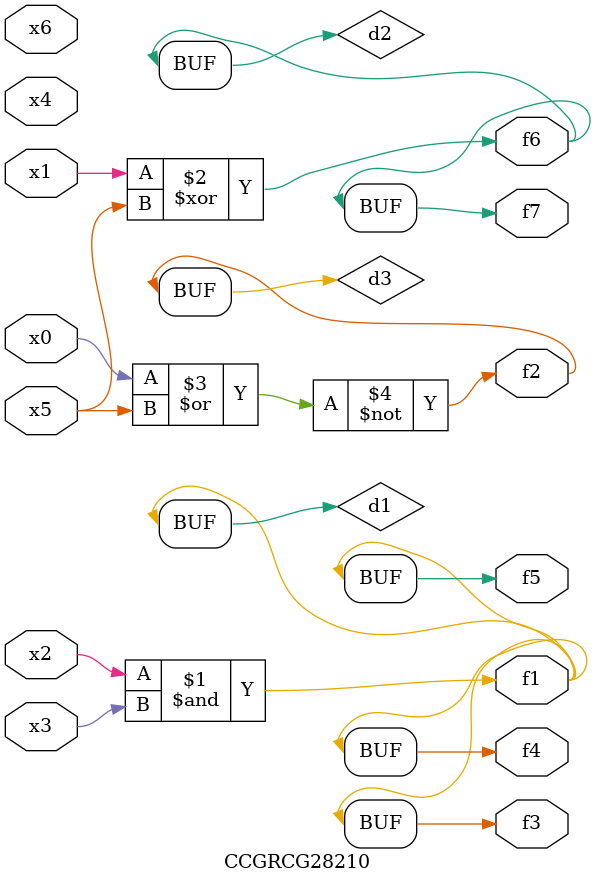
<source format=v>
module CCGRCG28210(
	input x0, x1, x2, x3, x4, x5, x6,
	output f1, f2, f3, f4, f5, f6, f7
);

	wire d1, d2, d3;

	and (d1, x2, x3);
	xor (d2, x1, x5);
	nor (d3, x0, x5);
	assign f1 = d1;
	assign f2 = d3;
	assign f3 = d1;
	assign f4 = d1;
	assign f5 = d1;
	assign f6 = d2;
	assign f7 = d2;
endmodule

</source>
